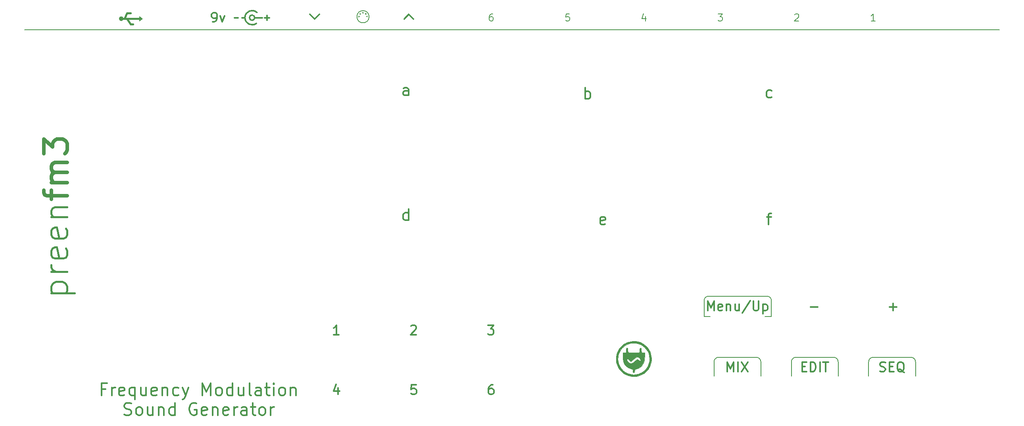
<source format=gbr>
G04 #@! TF.GenerationSoftware,KiCad,Pcbnew,(5.1.8)-1*
G04 #@! TF.CreationDate,2022-11-27T21:50:53+01:00*
G04 #@! TF.ProjectId,pfm3_topsurface,70666d33-5f74-46f7-9073-757266616365,v1.2 / 176*
G04 #@! TF.SameCoordinates,Original*
G04 #@! TF.FileFunction,Legend,Top*
G04 #@! TF.FilePolarity,Positive*
%FSLAX46Y46*%
G04 Gerber Fmt 4.6, Leading zero omitted, Abs format (unit mm)*
G04 Created by KiCad (PCBNEW (5.1.8)-1) date 2022-11-27 21:50:53*
%MOMM*%
%LPD*%
G01*
G04 APERTURE LIST*
%ADD10C,0.300000*%
%ADD11C,0.400000*%
%ADD12C,0.100000*%
%ADD13C,0.800000*%
%ADD14C,0.150000*%
%ADD15C,0.200000*%
%ADD16C,0.010000*%
G04 APERTURE END LIST*
D10*
X84067142Y-36444761D02*
X84448095Y-36444761D01*
X84638571Y-36349523D01*
X84733809Y-36254285D01*
X84924285Y-35968571D01*
X85019523Y-35587619D01*
X85019523Y-34825714D01*
X84924285Y-34635238D01*
X84829047Y-34540000D01*
X84638571Y-34444761D01*
X84257619Y-34444761D01*
X84067142Y-34540000D01*
X83971904Y-34635238D01*
X83876666Y-34825714D01*
X83876666Y-35301904D01*
X83971904Y-35492380D01*
X84067142Y-35587619D01*
X84257619Y-35682857D01*
X84638571Y-35682857D01*
X84829047Y-35587619D01*
X84924285Y-35492380D01*
X85019523Y-35301904D01*
X85686190Y-35111428D02*
X86162380Y-36444761D01*
X86638571Y-35111428D01*
D11*
X66548000Y-36893500D02*
X67119500Y-36893500D01*
X65786000Y-35750500D02*
X66548000Y-36893500D01*
X65786000Y-34544000D02*
X66548000Y-34544000D01*
X65341500Y-35623500D02*
X65786000Y-34544000D01*
D12*
G36*
X69151500Y-35750500D02*
G01*
X68453000Y-36258500D01*
X68453000Y-35242500D01*
X69151500Y-35750500D01*
G37*
X69151500Y-35750500D02*
X68453000Y-36258500D01*
X68453000Y-35242500D01*
X69151500Y-35750500D01*
D11*
X64579500Y-35750500D02*
X68389500Y-35750500D01*
X64863481Y-35750500D02*
G75*
G03*
X64863481Y-35750500I-283981J0D01*
G01*
D13*
X49666571Y-74253166D02*
X49666571Y-72348404D01*
X52999904Y-73538880D02*
X48714190Y-73538880D01*
X48238000Y-73300785D01*
X47999904Y-72824595D01*
X47999904Y-72348404D01*
X52999904Y-70681738D02*
X49666571Y-70681738D01*
X50142761Y-70681738D02*
X49904666Y-70443642D01*
X49666571Y-69967452D01*
X49666571Y-69253166D01*
X49904666Y-68776976D01*
X50380857Y-68538880D01*
X52999904Y-68538880D01*
X50380857Y-68538880D02*
X49904666Y-68300785D01*
X49666571Y-67824595D01*
X49666571Y-67110309D01*
X49904666Y-66634119D01*
X50380857Y-66396023D01*
X52999904Y-66396023D01*
X47999904Y-64491261D02*
X47999904Y-61396023D01*
X49904666Y-63062690D01*
X49904666Y-62348404D01*
X50142761Y-61872214D01*
X50380857Y-61634119D01*
X50857047Y-61396023D01*
X52047523Y-61396023D01*
X52523714Y-61634119D01*
X52761809Y-61872214D01*
X52999904Y-62348404D01*
X52999904Y-63776976D01*
X52761809Y-64253166D01*
X52523714Y-64491261D01*
D14*
X43992800Y-38100000D02*
X251968000Y-38100000D01*
D10*
X126953600Y-35798400D02*
X125953600Y-34798400D01*
X125953600Y-34798400D02*
X124953600Y-35798400D01*
D14*
X117130500Y-35276200D02*
G75*
G03*
X117130500Y-35276200I-100000J0D01*
G01*
X116876500Y-34734500D02*
G75*
G03*
X116876500Y-34734500I-100000J0D01*
G01*
X115416000Y-35306000D02*
G75*
G03*
X115416000Y-35306000I-100000J0D01*
G01*
X115670000Y-34734500D02*
G75*
G03*
X115670000Y-34734500I-100000J0D01*
G01*
X116276000Y-34480500D02*
G75*
G03*
X116276000Y-34480500I-100000J0D01*
G01*
D15*
X117475157Y-35326200D02*
G75*
G03*
X117475157Y-35326200I-1299157J0D01*
G01*
D10*
X105873000Y-35798400D02*
X106873000Y-34798400D01*
X104873000Y-34798400D02*
X105873000Y-35798400D01*
X93428947Y-36742185D02*
G75*
G02*
X93551500Y-34423500I-927147J1211585D01*
G01*
X61228571Y-114814285D02*
X60361904Y-114814285D01*
X60361904Y-116176190D02*
X60361904Y-113576190D01*
X61600000Y-113576190D01*
X62590476Y-116176190D02*
X62590476Y-114442857D01*
X62590476Y-114938095D02*
X62714285Y-114690476D01*
X62838095Y-114566666D01*
X63085714Y-114442857D01*
X63333333Y-114442857D01*
X65190476Y-116052380D02*
X64942857Y-116176190D01*
X64447619Y-116176190D01*
X64200000Y-116052380D01*
X64076190Y-115804761D01*
X64076190Y-114814285D01*
X64200000Y-114566666D01*
X64447619Y-114442857D01*
X64942857Y-114442857D01*
X65190476Y-114566666D01*
X65314285Y-114814285D01*
X65314285Y-115061904D01*
X64076190Y-115309523D01*
X67542857Y-114442857D02*
X67542857Y-117042857D01*
X67542857Y-116052380D02*
X67295238Y-116176190D01*
X66800000Y-116176190D01*
X66552380Y-116052380D01*
X66428571Y-115928571D01*
X66304761Y-115680952D01*
X66304761Y-114938095D01*
X66428571Y-114690476D01*
X66552380Y-114566666D01*
X66800000Y-114442857D01*
X67295238Y-114442857D01*
X67542857Y-114566666D01*
X69895238Y-114442857D02*
X69895238Y-116176190D01*
X68780952Y-114442857D02*
X68780952Y-115804761D01*
X68904761Y-116052380D01*
X69152380Y-116176190D01*
X69523809Y-116176190D01*
X69771428Y-116052380D01*
X69895238Y-115928571D01*
X72123809Y-116052380D02*
X71876190Y-116176190D01*
X71380952Y-116176190D01*
X71133333Y-116052380D01*
X71009523Y-115804761D01*
X71009523Y-114814285D01*
X71133333Y-114566666D01*
X71380952Y-114442857D01*
X71876190Y-114442857D01*
X72123809Y-114566666D01*
X72247619Y-114814285D01*
X72247619Y-115061904D01*
X71009523Y-115309523D01*
X73361904Y-114442857D02*
X73361904Y-116176190D01*
X73361904Y-114690476D02*
X73485714Y-114566666D01*
X73733333Y-114442857D01*
X74104761Y-114442857D01*
X74352380Y-114566666D01*
X74476190Y-114814285D01*
X74476190Y-116176190D01*
X76828571Y-116052380D02*
X76580952Y-116176190D01*
X76085714Y-116176190D01*
X75838095Y-116052380D01*
X75714285Y-115928571D01*
X75590476Y-115680952D01*
X75590476Y-114938095D01*
X75714285Y-114690476D01*
X75838095Y-114566666D01*
X76085714Y-114442857D01*
X76580952Y-114442857D01*
X76828571Y-114566666D01*
X77695238Y-114442857D02*
X78314285Y-116176190D01*
X78933333Y-114442857D02*
X78314285Y-116176190D01*
X78066666Y-116795238D01*
X77942857Y-116919047D01*
X77695238Y-117042857D01*
X81904761Y-116176190D02*
X81904761Y-113576190D01*
X82771428Y-115433333D01*
X83638095Y-113576190D01*
X83638095Y-116176190D01*
X85247619Y-116176190D02*
X85000000Y-116052380D01*
X84876190Y-115928571D01*
X84752380Y-115680952D01*
X84752380Y-114938095D01*
X84876190Y-114690476D01*
X85000000Y-114566666D01*
X85247619Y-114442857D01*
X85619047Y-114442857D01*
X85866666Y-114566666D01*
X85990476Y-114690476D01*
X86114285Y-114938095D01*
X86114285Y-115680952D01*
X85990476Y-115928571D01*
X85866666Y-116052380D01*
X85619047Y-116176190D01*
X85247619Y-116176190D01*
X88342857Y-116176190D02*
X88342857Y-113576190D01*
X88342857Y-116052380D02*
X88095238Y-116176190D01*
X87600000Y-116176190D01*
X87352380Y-116052380D01*
X87228571Y-115928571D01*
X87104761Y-115680952D01*
X87104761Y-114938095D01*
X87228571Y-114690476D01*
X87352380Y-114566666D01*
X87600000Y-114442857D01*
X88095238Y-114442857D01*
X88342857Y-114566666D01*
X90695238Y-114442857D02*
X90695238Y-116176190D01*
X89580952Y-114442857D02*
X89580952Y-115804761D01*
X89704761Y-116052380D01*
X89952380Y-116176190D01*
X90323809Y-116176190D01*
X90571428Y-116052380D01*
X90695238Y-115928571D01*
X92304761Y-116176190D02*
X92057142Y-116052380D01*
X91933333Y-115804761D01*
X91933333Y-113576190D01*
X94409523Y-116176190D02*
X94409523Y-114814285D01*
X94285714Y-114566666D01*
X94038095Y-114442857D01*
X93542857Y-114442857D01*
X93295238Y-114566666D01*
X94409523Y-116052380D02*
X94161904Y-116176190D01*
X93542857Y-116176190D01*
X93295238Y-116052380D01*
X93171428Y-115804761D01*
X93171428Y-115557142D01*
X93295238Y-115309523D01*
X93542857Y-115185714D01*
X94161904Y-115185714D01*
X94409523Y-115061904D01*
X95276190Y-114442857D02*
X96266666Y-114442857D01*
X95647619Y-113576190D02*
X95647619Y-115804761D01*
X95771428Y-116052380D01*
X96019047Y-116176190D01*
X96266666Y-116176190D01*
X97133333Y-116176190D02*
X97133333Y-114442857D01*
X97133333Y-113576190D02*
X97009523Y-113700000D01*
X97133333Y-113823809D01*
X97257142Y-113700000D01*
X97133333Y-113576190D01*
X97133333Y-113823809D01*
X98742857Y-116176190D02*
X98495238Y-116052380D01*
X98371428Y-115928571D01*
X98247619Y-115680952D01*
X98247619Y-114938095D01*
X98371428Y-114690476D01*
X98495238Y-114566666D01*
X98742857Y-114442857D01*
X99114285Y-114442857D01*
X99361904Y-114566666D01*
X99485714Y-114690476D01*
X99609523Y-114938095D01*
X99609523Y-115680952D01*
X99485714Y-115928571D01*
X99361904Y-116052380D01*
X99114285Y-116176190D01*
X98742857Y-116176190D01*
X100723809Y-114442857D02*
X100723809Y-116176190D01*
X100723809Y-114690476D02*
X100847619Y-114566666D01*
X101095238Y-114442857D01*
X101466666Y-114442857D01*
X101714285Y-114566666D01*
X101838095Y-114814285D01*
X101838095Y-116176190D01*
X65252380Y-120252380D02*
X65623809Y-120376190D01*
X66242857Y-120376190D01*
X66490476Y-120252380D01*
X66614285Y-120128571D01*
X66738095Y-119880952D01*
X66738095Y-119633333D01*
X66614285Y-119385714D01*
X66490476Y-119261904D01*
X66242857Y-119138095D01*
X65747619Y-119014285D01*
X65500000Y-118890476D01*
X65376190Y-118766666D01*
X65252380Y-118519047D01*
X65252380Y-118271428D01*
X65376190Y-118023809D01*
X65500000Y-117900000D01*
X65747619Y-117776190D01*
X66366666Y-117776190D01*
X66738095Y-117900000D01*
X68223809Y-120376190D02*
X67976190Y-120252380D01*
X67852380Y-120128571D01*
X67728571Y-119880952D01*
X67728571Y-119138095D01*
X67852380Y-118890476D01*
X67976190Y-118766666D01*
X68223809Y-118642857D01*
X68595238Y-118642857D01*
X68842857Y-118766666D01*
X68966666Y-118890476D01*
X69090476Y-119138095D01*
X69090476Y-119880952D01*
X68966666Y-120128571D01*
X68842857Y-120252380D01*
X68595238Y-120376190D01*
X68223809Y-120376190D01*
X71319047Y-118642857D02*
X71319047Y-120376190D01*
X70204761Y-118642857D02*
X70204761Y-120004761D01*
X70328571Y-120252380D01*
X70576190Y-120376190D01*
X70947619Y-120376190D01*
X71195238Y-120252380D01*
X71319047Y-120128571D01*
X72557142Y-118642857D02*
X72557142Y-120376190D01*
X72557142Y-118890476D02*
X72680952Y-118766666D01*
X72928571Y-118642857D01*
X73300000Y-118642857D01*
X73547619Y-118766666D01*
X73671428Y-119014285D01*
X73671428Y-120376190D01*
X76023809Y-120376190D02*
X76023809Y-117776190D01*
X76023809Y-120252380D02*
X75776190Y-120376190D01*
X75280952Y-120376190D01*
X75033333Y-120252380D01*
X74909523Y-120128571D01*
X74785714Y-119880952D01*
X74785714Y-119138095D01*
X74909523Y-118890476D01*
X75033333Y-118766666D01*
X75280952Y-118642857D01*
X75776190Y-118642857D01*
X76023809Y-118766666D01*
X80604761Y-117900000D02*
X80357142Y-117776190D01*
X79985714Y-117776190D01*
X79614285Y-117900000D01*
X79366666Y-118147619D01*
X79242857Y-118395238D01*
X79119047Y-118890476D01*
X79119047Y-119261904D01*
X79242857Y-119757142D01*
X79366666Y-120004761D01*
X79614285Y-120252380D01*
X79985714Y-120376190D01*
X80233333Y-120376190D01*
X80604761Y-120252380D01*
X80728571Y-120128571D01*
X80728571Y-119261904D01*
X80233333Y-119261904D01*
X82833333Y-120252380D02*
X82585714Y-120376190D01*
X82090476Y-120376190D01*
X81842857Y-120252380D01*
X81719047Y-120004761D01*
X81719047Y-119014285D01*
X81842857Y-118766666D01*
X82090476Y-118642857D01*
X82585714Y-118642857D01*
X82833333Y-118766666D01*
X82957142Y-119014285D01*
X82957142Y-119261904D01*
X81719047Y-119509523D01*
X84071428Y-118642857D02*
X84071428Y-120376190D01*
X84071428Y-118890476D02*
X84195238Y-118766666D01*
X84442857Y-118642857D01*
X84814285Y-118642857D01*
X85061904Y-118766666D01*
X85185714Y-119014285D01*
X85185714Y-120376190D01*
X87414285Y-120252380D02*
X87166666Y-120376190D01*
X86671428Y-120376190D01*
X86423809Y-120252380D01*
X86300000Y-120004761D01*
X86300000Y-119014285D01*
X86423809Y-118766666D01*
X86671428Y-118642857D01*
X87166666Y-118642857D01*
X87414285Y-118766666D01*
X87538095Y-119014285D01*
X87538095Y-119261904D01*
X86300000Y-119509523D01*
X88652380Y-120376190D02*
X88652380Y-118642857D01*
X88652380Y-119138095D02*
X88776190Y-118890476D01*
X88900000Y-118766666D01*
X89147619Y-118642857D01*
X89395238Y-118642857D01*
X91376190Y-120376190D02*
X91376190Y-119014285D01*
X91252380Y-118766666D01*
X91004761Y-118642857D01*
X90509523Y-118642857D01*
X90261904Y-118766666D01*
X91376190Y-120252380D02*
X91128571Y-120376190D01*
X90509523Y-120376190D01*
X90261904Y-120252380D01*
X90138095Y-120004761D01*
X90138095Y-119757142D01*
X90261904Y-119509523D01*
X90509523Y-119385714D01*
X91128571Y-119385714D01*
X91376190Y-119261904D01*
X92242857Y-118642857D02*
X93233333Y-118642857D01*
X92614285Y-117776190D02*
X92614285Y-120004761D01*
X92738095Y-120252380D01*
X92985714Y-120376190D01*
X93233333Y-120376190D01*
X94471428Y-120376190D02*
X94223809Y-120252380D01*
X94100000Y-120128571D01*
X93976190Y-119880952D01*
X93976190Y-119138095D01*
X94100000Y-118890476D01*
X94223809Y-118766666D01*
X94471428Y-118642857D01*
X94842857Y-118642857D01*
X95090476Y-118766666D01*
X95214285Y-118890476D01*
X95338095Y-119138095D01*
X95338095Y-119880952D01*
X95214285Y-120128571D01*
X95090476Y-120252380D01*
X94842857Y-120376190D01*
X94471428Y-120376190D01*
X96452380Y-120376190D02*
X96452380Y-118642857D01*
X96452380Y-119138095D02*
X96576190Y-118890476D01*
X96700000Y-118766666D01*
X96947619Y-118642857D01*
X97195238Y-118642857D01*
D11*
X49666571Y-94296023D02*
X54666571Y-94296023D01*
X49904666Y-94296023D02*
X49666571Y-93819833D01*
X49666571Y-92867452D01*
X49904666Y-92391261D01*
X50142761Y-92153166D01*
X50618952Y-91915071D01*
X52047523Y-91915071D01*
X52523714Y-92153166D01*
X52761809Y-92391261D01*
X52999904Y-92867452D01*
X52999904Y-93819833D01*
X52761809Y-94296023D01*
X52999904Y-89772214D02*
X49666571Y-89772214D01*
X50618952Y-89772214D02*
X50142761Y-89534119D01*
X49904666Y-89296023D01*
X49666571Y-88819833D01*
X49666571Y-88343642D01*
X52761809Y-84772214D02*
X52999904Y-85248404D01*
X52999904Y-86200785D01*
X52761809Y-86676976D01*
X52285619Y-86915071D01*
X50380857Y-86915071D01*
X49904666Y-86676976D01*
X49666571Y-86200785D01*
X49666571Y-85248404D01*
X49904666Y-84772214D01*
X50380857Y-84534119D01*
X50857047Y-84534119D01*
X51333238Y-86915071D01*
X52761809Y-80486500D02*
X52999904Y-80962690D01*
X52999904Y-81915071D01*
X52761809Y-82391261D01*
X52285619Y-82629357D01*
X50380857Y-82629357D01*
X49904666Y-82391261D01*
X49666571Y-81915071D01*
X49666571Y-80962690D01*
X49904666Y-80486500D01*
X50380857Y-80248404D01*
X50857047Y-80248404D01*
X51333238Y-82629357D01*
X49666571Y-78105547D02*
X52999904Y-78105547D01*
X50142761Y-78105547D02*
X49904666Y-77867452D01*
X49666571Y-77391261D01*
X49666571Y-76676976D01*
X49904666Y-76200785D01*
X50380857Y-75962690D01*
X52999904Y-75962690D01*
X49666571Y-74296023D02*
X49666571Y-72391261D01*
X52999904Y-73581738D02*
X48714190Y-73581738D01*
X48238000Y-73343642D01*
X47999904Y-72867452D01*
X47999904Y-72391261D01*
X52999904Y-70724595D02*
X49666571Y-70724595D01*
X50142761Y-70724595D02*
X49904666Y-70486500D01*
X49666571Y-70010309D01*
X49666571Y-69296023D01*
X49904666Y-68819833D01*
X50380857Y-68581738D01*
X52999904Y-68581738D01*
X50380857Y-68581738D02*
X49904666Y-68343642D01*
X49666571Y-67867452D01*
X49666571Y-67153166D01*
X49904666Y-66676976D01*
X50380857Y-66438880D01*
X52999904Y-66438880D01*
X47999904Y-64534119D02*
X47999904Y-61438880D01*
X49904666Y-63105547D01*
X49904666Y-62391261D01*
X50142761Y-61915071D01*
X50380857Y-61676976D01*
X50857047Y-61438880D01*
X52047523Y-61438880D01*
X52523714Y-61676976D01*
X52761809Y-61915071D01*
X52999904Y-62391261D01*
X52999904Y-63819833D01*
X52761809Y-64296023D01*
X52523714Y-64534119D01*
D10*
X93060000Y-35530600D02*
G75*
G03*
X93060000Y-35530600I-558200J0D01*
G01*
X93100000Y-35530600D02*
X94672800Y-35530600D01*
X90969800Y-35530600D02*
X90350000Y-35530000D01*
X95176800Y-35530600D02*
X96192800Y-35530600D01*
X95684800Y-36038600D02*
X95684800Y-35022600D01*
X89551000Y-35530600D02*
X88789000Y-35530600D01*
D14*
X143835714Y-34718571D02*
X143550000Y-34718571D01*
X143407142Y-34790000D01*
X143335714Y-34861428D01*
X143192857Y-35075714D01*
X143121428Y-35361428D01*
X143121428Y-35932857D01*
X143192857Y-36075714D01*
X143264285Y-36147142D01*
X143407142Y-36218571D01*
X143692857Y-36218571D01*
X143835714Y-36147142D01*
X143907142Y-36075714D01*
X143978571Y-35932857D01*
X143978571Y-35575714D01*
X143907142Y-35432857D01*
X143835714Y-35361428D01*
X143692857Y-35290000D01*
X143407142Y-35290000D01*
X143264285Y-35361428D01*
X143192857Y-35432857D01*
X143121428Y-35575714D01*
X160207142Y-34718571D02*
X159492857Y-34718571D01*
X159421428Y-35432857D01*
X159492857Y-35361428D01*
X159635714Y-35290000D01*
X159992857Y-35290000D01*
X160135714Y-35361428D01*
X160207142Y-35432857D01*
X160278571Y-35575714D01*
X160278571Y-35932857D01*
X160207142Y-36075714D01*
X160135714Y-36147142D01*
X159992857Y-36218571D01*
X159635714Y-36218571D01*
X159492857Y-36147142D01*
X159421428Y-36075714D01*
X176435714Y-35218571D02*
X176435714Y-36218571D01*
X176078571Y-34647142D02*
X175721428Y-35718571D01*
X176650000Y-35718571D01*
X191950000Y-34718571D02*
X192878571Y-34718571D01*
X192378571Y-35290000D01*
X192592857Y-35290000D01*
X192735714Y-35361428D01*
X192807142Y-35432857D01*
X192878571Y-35575714D01*
X192878571Y-35932857D01*
X192807142Y-36075714D01*
X192735714Y-36147142D01*
X192592857Y-36218571D01*
X192164285Y-36218571D01*
X192021428Y-36147142D01*
X191950000Y-36075714D01*
X208321428Y-34861428D02*
X208392857Y-34790000D01*
X208535714Y-34718571D01*
X208892857Y-34718571D01*
X209035714Y-34790000D01*
X209107142Y-34861428D01*
X209178571Y-35004285D01*
X209178571Y-35147142D01*
X209107142Y-35361428D01*
X208250000Y-36218571D01*
X209178571Y-36218571D01*
X225478571Y-36218571D02*
X224621428Y-36218571D01*
X225050000Y-36218571D02*
X225050000Y-34718571D01*
X224907142Y-34932857D01*
X224764285Y-35075714D01*
X224621428Y-35147142D01*
D15*
X188976000Y-95885000D02*
G75*
G02*
X189865000Y-94996000I889000J0D01*
G01*
X202438000Y-94996000D02*
G75*
G02*
X203327000Y-95885000I0J-889000D01*
G01*
X233085000Y-108010500D02*
G75*
G02*
X234085000Y-109010500I0J-1000000D01*
G01*
X224085000Y-109010500D02*
G75*
G02*
X225085000Y-108010500I1000000J0D01*
G01*
X207585000Y-109010500D02*
G75*
G02*
X208585000Y-108010500I1000000J0D01*
G01*
X216585000Y-108010500D02*
G75*
G02*
X217585000Y-109010500I0J-1000000D01*
G01*
X200085000Y-108010500D02*
G75*
G02*
X201085000Y-109010500I0J-1000000D01*
G01*
X191085000Y-109010500D02*
G75*
G02*
X192085000Y-108010500I1000000J0D01*
G01*
X188976000Y-99314000D02*
X190246000Y-99314000D01*
X188976000Y-95885000D02*
X188976000Y-99314000D01*
X202438000Y-94996000D02*
X189865000Y-94996000D01*
X203327000Y-99314000D02*
X203327000Y-95885000D01*
X201930000Y-99314000D02*
X203327000Y-99314000D01*
X224085000Y-112010500D02*
X224085000Y-109010500D01*
X234085000Y-109010500D02*
X234085000Y-112010500D01*
X225085000Y-108010500D02*
X233085000Y-108010500D01*
X207585000Y-112010500D02*
X207585000Y-109010500D01*
X208585000Y-108010500D02*
X216585000Y-108010500D01*
X217585000Y-109010500D02*
X217585000Y-112010500D01*
X201085000Y-109010500D02*
X201085000Y-112010500D01*
X192085000Y-108010500D02*
X200085000Y-108010500D01*
X191085000Y-112010500D02*
X191085000Y-109010500D01*
D16*
G36*
X172618110Y-106068492D02*
G01*
X172664105Y-106221453D01*
X172681650Y-106469900D01*
X172681900Y-106510960D01*
X172690047Y-106730958D01*
X172712609Y-106889347D01*
X172742859Y-106961939D01*
X172799630Y-106983760D01*
X172925769Y-107000370D01*
X173128663Y-107012144D01*
X173415700Y-107019454D01*
X173794267Y-107022671D01*
X173951900Y-107022899D01*
X174364700Y-107021044D01*
X174683352Y-107015228D01*
X174915241Y-107005080D01*
X175067755Y-106990227D01*
X175148281Y-106970297D01*
X175160940Y-106961939D01*
X175194052Y-106876703D01*
X175215282Y-106711121D01*
X175221900Y-106510960D01*
X175235681Y-106249432D01*
X175277763Y-106083678D01*
X175349252Y-106011576D01*
X175451254Y-106031007D01*
X175467458Y-106040549D01*
X175517672Y-106102243D01*
X175548311Y-106223316D01*
X175564233Y-106423851D01*
X175565020Y-106444003D01*
X175575551Y-106691322D01*
X175593125Y-106855108D01*
X175629361Y-106953321D01*
X175695879Y-107003925D01*
X175804300Y-107024881D01*
X175946161Y-107033185D01*
X176263300Y-107048300D01*
X176260193Y-107861100D01*
X176248161Y-108316139D01*
X176211621Y-108690216D01*
X176144157Y-109002343D01*
X176039351Y-109271535D01*
X175890785Y-109516806D01*
X175692043Y-109757168D01*
X175581564Y-109871764D01*
X175300832Y-110119670D01*
X175011935Y-110299134D01*
X174676899Y-110431699D01*
X174510700Y-110479253D01*
X174180500Y-110565769D01*
X174154900Y-110864434D01*
X174129017Y-111079014D01*
X174090746Y-111209709D01*
X174031673Y-111274156D01*
X173951900Y-111290100D01*
X173850594Y-111259551D01*
X173815397Y-111226600D01*
X173789079Y-111143925D01*
X173763566Y-110996250D01*
X173748899Y-110863852D01*
X173723300Y-110564605D01*
X173443900Y-110493399D01*
X173016434Y-110350771D01*
X172655436Y-110152486D01*
X172334447Y-109883967D01*
X172330328Y-109879856D01*
X172104084Y-109633701D01*
X171931469Y-109392923D01*
X171805964Y-109138366D01*
X171721053Y-108850872D01*
X171685262Y-108611766D01*
X172485799Y-108611766D01*
X172545259Y-108781968D01*
X172682232Y-108975485D01*
X172791865Y-109090203D01*
X172998401Y-109256289D01*
X173197563Y-109338350D01*
X173420734Y-109346279D01*
X173543375Y-109327104D01*
X173680539Y-109264530D01*
X173875439Y-109120713D01*
X174126441Y-108896858D01*
X174128083Y-108895304D01*
X174348653Y-108695033D01*
X174519104Y-108566611D01*
X174656107Y-108505327D01*
X174776331Y-108506468D01*
X174896446Y-108565320D01*
X175001061Y-108648500D01*
X175147169Y-108760443D01*
X175253574Y-108796115D01*
X175341183Y-108760781D01*
X175364140Y-108739939D01*
X175424324Y-108614834D01*
X175401906Y-108461016D01*
X175301825Y-108301338D01*
X175260000Y-108258160D01*
X175034079Y-108083019D01*
X174813473Y-107996688D01*
X174589485Y-108000526D01*
X174353422Y-108095894D01*
X174096590Y-108284150D01*
X173901100Y-108470582D01*
X173700095Y-108662035D01*
X173519843Y-108804772D01*
X173376395Y-108887028D01*
X173311893Y-108902500D01*
X173262985Y-108867718D01*
X173165418Y-108775578D01*
X173038336Y-108644387D01*
X173009056Y-108612902D01*
X172871806Y-108467857D01*
X172780258Y-108386764D01*
X172713003Y-108357295D01*
X172648630Y-108367121D01*
X172610185Y-108383212D01*
X172506544Y-108475355D01*
X172485799Y-108611766D01*
X171685262Y-108611766D01*
X171670220Y-108511283D01*
X171646948Y-108100443D01*
X171643606Y-107861100D01*
X171640500Y-107048300D01*
X171957638Y-107033185D01*
X172113347Y-107023525D01*
X172216767Y-107000273D01*
X172279519Y-106945467D01*
X172313222Y-106841144D01*
X172329497Y-106669342D01*
X172338779Y-106444003D01*
X172353730Y-106236216D01*
X172383009Y-106109505D01*
X172431472Y-106043784D01*
X172436341Y-106040549D01*
X172542557Y-106008898D01*
X172618110Y-106068492D01*
G37*
X172618110Y-106068492D02*
X172664105Y-106221453D01*
X172681650Y-106469900D01*
X172681900Y-106510960D01*
X172690047Y-106730958D01*
X172712609Y-106889347D01*
X172742859Y-106961939D01*
X172799630Y-106983760D01*
X172925769Y-107000370D01*
X173128663Y-107012144D01*
X173415700Y-107019454D01*
X173794267Y-107022671D01*
X173951900Y-107022899D01*
X174364700Y-107021044D01*
X174683352Y-107015228D01*
X174915241Y-107005080D01*
X175067755Y-106990227D01*
X175148281Y-106970297D01*
X175160940Y-106961939D01*
X175194052Y-106876703D01*
X175215282Y-106711121D01*
X175221900Y-106510960D01*
X175235681Y-106249432D01*
X175277763Y-106083678D01*
X175349252Y-106011576D01*
X175451254Y-106031007D01*
X175467458Y-106040549D01*
X175517672Y-106102243D01*
X175548311Y-106223316D01*
X175564233Y-106423851D01*
X175565020Y-106444003D01*
X175575551Y-106691322D01*
X175593125Y-106855108D01*
X175629361Y-106953321D01*
X175695879Y-107003925D01*
X175804300Y-107024881D01*
X175946161Y-107033185D01*
X176263300Y-107048300D01*
X176260193Y-107861100D01*
X176248161Y-108316139D01*
X176211621Y-108690216D01*
X176144157Y-109002343D01*
X176039351Y-109271535D01*
X175890785Y-109516806D01*
X175692043Y-109757168D01*
X175581564Y-109871764D01*
X175300832Y-110119670D01*
X175011935Y-110299134D01*
X174676899Y-110431699D01*
X174510700Y-110479253D01*
X174180500Y-110565769D01*
X174154900Y-110864434D01*
X174129017Y-111079014D01*
X174090746Y-111209709D01*
X174031673Y-111274156D01*
X173951900Y-111290100D01*
X173850594Y-111259551D01*
X173815397Y-111226600D01*
X173789079Y-111143925D01*
X173763566Y-110996250D01*
X173748899Y-110863852D01*
X173723300Y-110564605D01*
X173443900Y-110493399D01*
X173016434Y-110350771D01*
X172655436Y-110152486D01*
X172334447Y-109883967D01*
X172330328Y-109879856D01*
X172104084Y-109633701D01*
X171931469Y-109392923D01*
X171805964Y-109138366D01*
X171721053Y-108850872D01*
X171685262Y-108611766D01*
X172485799Y-108611766D01*
X172545259Y-108781968D01*
X172682232Y-108975485D01*
X172791865Y-109090203D01*
X172998401Y-109256289D01*
X173197563Y-109338350D01*
X173420734Y-109346279D01*
X173543375Y-109327104D01*
X173680539Y-109264530D01*
X173875439Y-109120713D01*
X174126441Y-108896858D01*
X174128083Y-108895304D01*
X174348653Y-108695033D01*
X174519104Y-108566611D01*
X174656107Y-108505327D01*
X174776331Y-108506468D01*
X174896446Y-108565320D01*
X175001061Y-108648500D01*
X175147169Y-108760443D01*
X175253574Y-108796115D01*
X175341183Y-108760781D01*
X175364140Y-108739939D01*
X175424324Y-108614834D01*
X175401906Y-108461016D01*
X175301825Y-108301338D01*
X175260000Y-108258160D01*
X175034079Y-108083019D01*
X174813473Y-107996688D01*
X174589485Y-108000526D01*
X174353422Y-108095894D01*
X174096590Y-108284150D01*
X173901100Y-108470582D01*
X173700095Y-108662035D01*
X173519843Y-108804772D01*
X173376395Y-108887028D01*
X173311893Y-108902500D01*
X173262985Y-108867718D01*
X173165418Y-108775578D01*
X173038336Y-108644387D01*
X173009056Y-108612902D01*
X172871806Y-108467857D01*
X172780258Y-108386764D01*
X172713003Y-108357295D01*
X172648630Y-108367121D01*
X172610185Y-108383212D01*
X172506544Y-108475355D01*
X172485799Y-108611766D01*
X171685262Y-108611766D01*
X171670220Y-108511283D01*
X171646948Y-108100443D01*
X171643606Y-107861100D01*
X171640500Y-107048300D01*
X171957638Y-107033185D01*
X172113347Y-107023525D01*
X172216767Y-107000273D01*
X172279519Y-106945467D01*
X172313222Y-106841144D01*
X172329497Y-106669342D01*
X172338779Y-106444003D01*
X172353730Y-106236216D01*
X172383009Y-106109505D01*
X172431472Y-106043784D01*
X172436341Y-106040549D01*
X172542557Y-106008898D01*
X172618110Y-106068492D01*
G36*
X174363260Y-104593747D02*
G01*
X174789046Y-104666949D01*
X175195856Y-104778976D01*
X175550287Y-104921664D01*
X175675369Y-104988700D01*
X175819430Y-105070968D01*
X175926298Y-105127042D01*
X175966942Y-105143299D01*
X176042294Y-105178961D01*
X176168601Y-105275412D01*
X176330060Y-105416850D01*
X176510869Y-105587473D01*
X176695227Y-105771479D01*
X176867332Y-105953067D01*
X177011381Y-106116434D01*
X177111572Y-106245778D01*
X177152105Y-106325298D01*
X177152300Y-106328657D01*
X177176167Y-106384765D01*
X177238094Y-106500448D01*
X177306899Y-106620230D01*
X177460022Y-106942740D01*
X177585907Y-107331641D01*
X177676391Y-107753533D01*
X177723313Y-108175012D01*
X177728066Y-108343700D01*
X177701852Y-108755060D01*
X177628650Y-109180846D01*
X177516623Y-109587656D01*
X177373935Y-109942087D01*
X177306899Y-110067169D01*
X177224631Y-110211230D01*
X177168557Y-110318098D01*
X177152300Y-110358742D01*
X177116638Y-110434094D01*
X177020187Y-110560401D01*
X176878749Y-110721860D01*
X176708126Y-110902669D01*
X176524120Y-111087027D01*
X176342532Y-111259132D01*
X176179165Y-111403181D01*
X176049821Y-111503372D01*
X175970301Y-111543905D01*
X175966942Y-111544100D01*
X175910834Y-111567967D01*
X175795151Y-111629894D01*
X175675369Y-111698699D01*
X175322426Y-111864195D01*
X174885979Y-111996726D01*
X174379786Y-112092701D01*
X174002700Y-112135256D01*
X173828511Y-112144764D01*
X173696956Y-112142215D01*
X173639126Y-112129313D01*
X173573709Y-112103194D01*
X173441545Y-112072508D01*
X173334326Y-112053851D01*
X172846338Y-111950409D01*
X172429540Y-111802107D01*
X172228430Y-111698699D01*
X172084369Y-111616431D01*
X171977501Y-111560357D01*
X171936857Y-111544100D01*
X171861505Y-111508438D01*
X171735198Y-111411987D01*
X171573739Y-111270549D01*
X171392930Y-111099926D01*
X171208572Y-110915920D01*
X171036467Y-110734332D01*
X170892418Y-110570965D01*
X170792227Y-110441621D01*
X170751694Y-110362101D01*
X170751500Y-110358742D01*
X170727632Y-110302634D01*
X170665705Y-110186951D01*
X170596900Y-110067169D01*
X170443777Y-109744659D01*
X170317892Y-109355758D01*
X170227408Y-108933866D01*
X170180486Y-108512387D01*
X170178325Y-108435660D01*
X170577343Y-108435660D01*
X170640159Y-108998236D01*
X170797790Y-109545855D01*
X170957785Y-109900549D01*
X171273148Y-110401763D01*
X171653496Y-110825020D01*
X172097871Y-111169659D01*
X172605318Y-111435016D01*
X173174879Y-111620429D01*
X173545500Y-111692947D01*
X173724415Y-111719393D01*
X173856819Y-111733513D01*
X173974964Y-111734591D01*
X174111098Y-111721907D01*
X174297473Y-111694743D01*
X174434500Y-111673145D01*
X174719069Y-111625448D01*
X174933938Y-111580036D01*
X175110259Y-111526892D01*
X175279182Y-111456002D01*
X175471861Y-111357348D01*
X175551209Y-111314115D01*
X176035746Y-110999968D01*
X176440010Y-110630593D01*
X176775515Y-110194319D01*
X176946014Y-109900549D01*
X177167643Y-109370297D01*
X177294457Y-108816406D01*
X177326456Y-108251739D01*
X177263640Y-107689163D01*
X177106009Y-107141544D01*
X176946014Y-106786850D01*
X176652699Y-106314155D01*
X176301679Y-105915137D01*
X175879328Y-105576150D01*
X175521885Y-105360767D01*
X174997737Y-105135161D01*
X174449147Y-105004026D01*
X173889061Y-104967361D01*
X173330423Y-105025168D01*
X172786179Y-105177445D01*
X172381914Y-105360767D01*
X171899512Y-105664854D01*
X171498291Y-106019108D01*
X171164626Y-106437175D01*
X170957785Y-106786850D01*
X170736156Y-107317102D01*
X170609342Y-107870993D01*
X170577343Y-108435660D01*
X170178325Y-108435660D01*
X170175733Y-108343700D01*
X170201947Y-107932339D01*
X170275149Y-107506553D01*
X170387176Y-107099743D01*
X170529864Y-106745312D01*
X170596900Y-106620230D01*
X170679168Y-106476169D01*
X170735242Y-106369301D01*
X170751500Y-106328657D01*
X170787161Y-106253305D01*
X170883612Y-106126998D01*
X171025050Y-105965539D01*
X171195673Y-105784730D01*
X171379679Y-105600372D01*
X171561267Y-105428267D01*
X171724634Y-105284218D01*
X171853978Y-105184027D01*
X171933498Y-105143494D01*
X171936857Y-105143299D01*
X171992965Y-105119432D01*
X172108648Y-105057505D01*
X172228430Y-104988700D01*
X172550940Y-104835577D01*
X172939841Y-104709692D01*
X173361733Y-104619208D01*
X173783212Y-104572286D01*
X173951900Y-104567533D01*
X174363260Y-104593747D01*
G37*
X174363260Y-104593747D02*
X174789046Y-104666949D01*
X175195856Y-104778976D01*
X175550287Y-104921664D01*
X175675369Y-104988700D01*
X175819430Y-105070968D01*
X175926298Y-105127042D01*
X175966942Y-105143299D01*
X176042294Y-105178961D01*
X176168601Y-105275412D01*
X176330060Y-105416850D01*
X176510869Y-105587473D01*
X176695227Y-105771479D01*
X176867332Y-105953067D01*
X177011381Y-106116434D01*
X177111572Y-106245778D01*
X177152105Y-106325298D01*
X177152300Y-106328657D01*
X177176167Y-106384765D01*
X177238094Y-106500448D01*
X177306899Y-106620230D01*
X177460022Y-106942740D01*
X177585907Y-107331641D01*
X177676391Y-107753533D01*
X177723313Y-108175012D01*
X177728066Y-108343700D01*
X177701852Y-108755060D01*
X177628650Y-109180846D01*
X177516623Y-109587656D01*
X177373935Y-109942087D01*
X177306899Y-110067169D01*
X177224631Y-110211230D01*
X177168557Y-110318098D01*
X177152300Y-110358742D01*
X177116638Y-110434094D01*
X177020187Y-110560401D01*
X176878749Y-110721860D01*
X176708126Y-110902669D01*
X176524120Y-111087027D01*
X176342532Y-111259132D01*
X176179165Y-111403181D01*
X176049821Y-111503372D01*
X175970301Y-111543905D01*
X175966942Y-111544100D01*
X175910834Y-111567967D01*
X175795151Y-111629894D01*
X175675369Y-111698699D01*
X175322426Y-111864195D01*
X174885979Y-111996726D01*
X174379786Y-112092701D01*
X174002700Y-112135256D01*
X173828511Y-112144764D01*
X173696956Y-112142215D01*
X173639126Y-112129313D01*
X173573709Y-112103194D01*
X173441545Y-112072508D01*
X173334326Y-112053851D01*
X172846338Y-111950409D01*
X172429540Y-111802107D01*
X172228430Y-111698699D01*
X172084369Y-111616431D01*
X171977501Y-111560357D01*
X171936857Y-111544100D01*
X171861505Y-111508438D01*
X171735198Y-111411987D01*
X171573739Y-111270549D01*
X171392930Y-111099926D01*
X171208572Y-110915920D01*
X171036467Y-110734332D01*
X170892418Y-110570965D01*
X170792227Y-110441621D01*
X170751694Y-110362101D01*
X170751500Y-110358742D01*
X170727632Y-110302634D01*
X170665705Y-110186951D01*
X170596900Y-110067169D01*
X170443777Y-109744659D01*
X170317892Y-109355758D01*
X170227408Y-108933866D01*
X170180486Y-108512387D01*
X170178325Y-108435660D01*
X170577343Y-108435660D01*
X170640159Y-108998236D01*
X170797790Y-109545855D01*
X170957785Y-109900549D01*
X171273148Y-110401763D01*
X171653496Y-110825020D01*
X172097871Y-111169659D01*
X172605318Y-111435016D01*
X173174879Y-111620429D01*
X173545500Y-111692947D01*
X173724415Y-111719393D01*
X173856819Y-111733513D01*
X173974964Y-111734591D01*
X174111098Y-111721907D01*
X174297473Y-111694743D01*
X174434500Y-111673145D01*
X174719069Y-111625448D01*
X174933938Y-111580036D01*
X175110259Y-111526892D01*
X175279182Y-111456002D01*
X175471861Y-111357348D01*
X175551209Y-111314115D01*
X176035746Y-110999968D01*
X176440010Y-110630593D01*
X176775515Y-110194319D01*
X176946014Y-109900549D01*
X177167643Y-109370297D01*
X177294457Y-108816406D01*
X177326456Y-108251739D01*
X177263640Y-107689163D01*
X177106009Y-107141544D01*
X176946014Y-106786850D01*
X176652699Y-106314155D01*
X176301679Y-105915137D01*
X175879328Y-105576150D01*
X175521885Y-105360767D01*
X174997737Y-105135161D01*
X174449147Y-105004026D01*
X173889061Y-104967361D01*
X173330423Y-105025168D01*
X172786179Y-105177445D01*
X172381914Y-105360767D01*
X171899512Y-105664854D01*
X171498291Y-106019108D01*
X171164626Y-106437175D01*
X170957785Y-106786850D01*
X170736156Y-107317102D01*
X170609342Y-107870993D01*
X170577343Y-108435660D01*
X170178325Y-108435660D01*
X170175733Y-108343700D01*
X170201947Y-107932339D01*
X170275149Y-107506553D01*
X170387176Y-107099743D01*
X170529864Y-106745312D01*
X170596900Y-106620230D01*
X170679168Y-106476169D01*
X170735242Y-106369301D01*
X170751500Y-106328657D01*
X170787161Y-106253305D01*
X170883612Y-106126998D01*
X171025050Y-105965539D01*
X171195673Y-105784730D01*
X171379679Y-105600372D01*
X171561267Y-105428267D01*
X171724634Y-105284218D01*
X171853978Y-105184027D01*
X171933498Y-105143494D01*
X171936857Y-105143299D01*
X171992965Y-105119432D01*
X172108648Y-105057505D01*
X172228430Y-104988700D01*
X172550940Y-104835577D01*
X172939841Y-104709692D01*
X173361733Y-104619208D01*
X173783212Y-104572286D01*
X173951900Y-104567533D01*
X174363260Y-104593747D01*
D10*
X142843333Y-101203261D02*
X144081428Y-101203261D01*
X143414761Y-101965166D01*
X143700476Y-101965166D01*
X143890952Y-102060404D01*
X143986190Y-102155642D01*
X144081428Y-102346119D01*
X144081428Y-102822309D01*
X143986190Y-103012785D01*
X143890952Y-103108023D01*
X143700476Y-103203261D01*
X143129047Y-103203261D01*
X142938571Y-103108023D01*
X142843333Y-103012785D01*
X143904952Y-113924761D02*
X143524000Y-113924761D01*
X143333523Y-114020000D01*
X143238285Y-114115238D01*
X143047809Y-114400952D01*
X142952571Y-114781904D01*
X142952571Y-115543809D01*
X143047809Y-115734285D01*
X143143047Y-115829523D01*
X143333523Y-115924761D01*
X143714476Y-115924761D01*
X143904952Y-115829523D01*
X144000190Y-115734285D01*
X144095428Y-115543809D01*
X144095428Y-115067619D01*
X144000190Y-114877142D01*
X143904952Y-114781904D01*
X143714476Y-114686666D01*
X143333523Y-114686666D01*
X143143047Y-114781904D01*
X143047809Y-114877142D01*
X142952571Y-115067619D01*
X127490190Y-113924761D02*
X126537809Y-113924761D01*
X126442571Y-114877142D01*
X126537809Y-114781904D01*
X126728285Y-114686666D01*
X127204476Y-114686666D01*
X127394952Y-114781904D01*
X127490190Y-114877142D01*
X127585428Y-115067619D01*
X127585428Y-115543809D01*
X127490190Y-115734285D01*
X127394952Y-115829523D01*
X127204476Y-115924761D01*
X126728285Y-115924761D01*
X126537809Y-115829523D01*
X126442571Y-115734285D01*
X126428571Y-101393738D02*
X126523809Y-101298500D01*
X126714285Y-101203261D01*
X127190476Y-101203261D01*
X127380952Y-101298500D01*
X127476190Y-101393738D01*
X127571428Y-101584214D01*
X127571428Y-101774690D01*
X127476190Y-102060404D01*
X126333333Y-103203261D01*
X127571428Y-103203261D01*
X111061428Y-103203261D02*
X109918571Y-103203261D01*
X110490000Y-103203261D02*
X110490000Y-101203261D01*
X110299523Y-101488976D01*
X110109047Y-101679452D01*
X109918571Y-101774690D01*
X228528095Y-97317857D02*
X230051904Y-97317857D01*
X229290000Y-98079761D02*
X229290000Y-96555952D01*
X125879285Y-78774714D02*
X125879285Y-76374714D01*
X125879285Y-78660428D02*
X125650714Y-78774714D01*
X125193571Y-78774714D01*
X124965000Y-78660428D01*
X124850714Y-78546142D01*
X124736428Y-78317571D01*
X124736428Y-77631857D01*
X124850714Y-77403285D01*
X124965000Y-77289000D01*
X125193571Y-77174714D01*
X125650714Y-77174714D01*
X125879285Y-77289000D01*
X202377857Y-78078714D02*
X203292142Y-78078714D01*
X202720714Y-79678714D02*
X202720714Y-77621571D01*
X202835000Y-77393000D01*
X203063571Y-77278714D01*
X203292142Y-77278714D01*
X167843142Y-79564428D02*
X167614571Y-79678714D01*
X167157428Y-79678714D01*
X166928857Y-79564428D01*
X166814571Y-79335857D01*
X166814571Y-78421571D01*
X166928857Y-78193000D01*
X167157428Y-78078714D01*
X167614571Y-78078714D01*
X167843142Y-78193000D01*
X167957428Y-78421571D01*
X167957428Y-78650142D01*
X166814571Y-78878714D01*
X203406428Y-52498428D02*
X203177857Y-52612714D01*
X202720714Y-52612714D01*
X202492142Y-52498428D01*
X202377857Y-52384142D01*
X202263571Y-52155571D01*
X202263571Y-51469857D01*
X202377857Y-51241285D01*
X202492142Y-51127000D01*
X202720714Y-51012714D01*
X203177857Y-51012714D01*
X203406428Y-51127000D01*
X163585714Y-52866714D02*
X163585714Y-50466714D01*
X163585714Y-51381000D02*
X163814285Y-51266714D01*
X164271428Y-51266714D01*
X164500000Y-51381000D01*
X164614285Y-51495285D01*
X164728571Y-51723857D01*
X164728571Y-52409571D01*
X164614285Y-52638142D01*
X164500000Y-52752428D01*
X164271428Y-52866714D01*
X163814285Y-52866714D01*
X163585714Y-52752428D01*
X125879285Y-52104714D02*
X125879285Y-50847571D01*
X125765000Y-50619000D01*
X125536428Y-50504714D01*
X125079285Y-50504714D01*
X124850714Y-50619000D01*
X125879285Y-51990428D02*
X125650714Y-52104714D01*
X125079285Y-52104714D01*
X124850714Y-51990428D01*
X124736428Y-51761857D01*
X124736428Y-51533285D01*
X124850714Y-51304714D01*
X125079285Y-51190428D01*
X125650714Y-51190428D01*
X125879285Y-51076142D01*
X110884952Y-114591428D02*
X110884952Y-115924761D01*
X110408761Y-113829523D02*
X109932571Y-115258095D01*
X111170666Y-115258095D01*
X211728095Y-97317857D02*
X213251904Y-97317857D01*
X226511190Y-110970023D02*
X226796904Y-111065261D01*
X227273095Y-111065261D01*
X227463571Y-110970023D01*
X227558809Y-110874785D01*
X227654047Y-110684309D01*
X227654047Y-110493833D01*
X227558809Y-110303357D01*
X227463571Y-110208119D01*
X227273095Y-110112880D01*
X226892142Y-110017642D01*
X226701666Y-109922404D01*
X226606428Y-109827166D01*
X226511190Y-109636690D01*
X226511190Y-109446214D01*
X226606428Y-109255738D01*
X226701666Y-109160500D01*
X226892142Y-109065261D01*
X227368333Y-109065261D01*
X227654047Y-109160500D01*
X228511190Y-110017642D02*
X229177857Y-110017642D01*
X229463571Y-111065261D02*
X228511190Y-111065261D01*
X228511190Y-109065261D01*
X229463571Y-109065261D01*
X231654047Y-111255738D02*
X231463571Y-111160500D01*
X231273095Y-110970023D01*
X230987380Y-110684309D01*
X230796904Y-110589071D01*
X230606428Y-110589071D01*
X230701666Y-111065261D02*
X230511190Y-110970023D01*
X230320714Y-110779547D01*
X230225476Y-110398595D01*
X230225476Y-109731928D01*
X230320714Y-109350976D01*
X230511190Y-109160500D01*
X230701666Y-109065261D01*
X231082619Y-109065261D01*
X231273095Y-109160500D01*
X231463571Y-109350976D01*
X231558809Y-109731928D01*
X231558809Y-110398595D01*
X231463571Y-110779547D01*
X231273095Y-110970023D01*
X231082619Y-111065261D01*
X230701666Y-111065261D01*
X209868333Y-110017642D02*
X210535000Y-110017642D01*
X210820714Y-111065261D02*
X209868333Y-111065261D01*
X209868333Y-109065261D01*
X210820714Y-109065261D01*
X211677857Y-111065261D02*
X211677857Y-109065261D01*
X212154047Y-109065261D01*
X212439761Y-109160500D01*
X212630238Y-109350976D01*
X212725476Y-109541452D01*
X212820714Y-109922404D01*
X212820714Y-110208119D01*
X212725476Y-110589071D01*
X212630238Y-110779547D01*
X212439761Y-110970023D01*
X212154047Y-111065261D01*
X211677857Y-111065261D01*
X213677857Y-111065261D02*
X213677857Y-109065261D01*
X214344523Y-109065261D02*
X215487380Y-109065261D01*
X214915952Y-111065261D02*
X214915952Y-109065261D01*
X193939761Y-111065261D02*
X193939761Y-109065261D01*
X194606428Y-110493833D01*
X195273095Y-109065261D01*
X195273095Y-111065261D01*
X196225476Y-111065261D02*
X196225476Y-109065261D01*
X196987380Y-109065261D02*
X198320714Y-111065261D01*
X198320714Y-109065261D02*
X196987380Y-111065261D01*
X189754666Y-98059761D02*
X189754666Y-96059761D01*
X190421333Y-97488333D01*
X191088000Y-96059761D01*
X191088000Y-98059761D01*
X192802285Y-97964523D02*
X192611809Y-98059761D01*
X192230857Y-98059761D01*
X192040380Y-97964523D01*
X191945142Y-97774047D01*
X191945142Y-97012142D01*
X192040380Y-96821666D01*
X192230857Y-96726428D01*
X192611809Y-96726428D01*
X192802285Y-96821666D01*
X192897523Y-97012142D01*
X192897523Y-97202619D01*
X191945142Y-97393095D01*
X193754666Y-96726428D02*
X193754666Y-98059761D01*
X193754666Y-96916904D02*
X193849904Y-96821666D01*
X194040380Y-96726428D01*
X194326095Y-96726428D01*
X194516571Y-96821666D01*
X194611809Y-97012142D01*
X194611809Y-98059761D01*
X196421333Y-96726428D02*
X196421333Y-98059761D01*
X195564190Y-96726428D02*
X195564190Y-97774047D01*
X195659428Y-97964523D01*
X195849904Y-98059761D01*
X196135619Y-98059761D01*
X196326095Y-97964523D01*
X196421333Y-97869285D01*
X198802285Y-95964523D02*
X197088000Y-98535952D01*
X199468952Y-96059761D02*
X199468952Y-97678809D01*
X199564190Y-97869285D01*
X199659428Y-97964523D01*
X199849904Y-98059761D01*
X200230857Y-98059761D01*
X200421333Y-97964523D01*
X200516571Y-97869285D01*
X200611809Y-97678809D01*
X200611809Y-96059761D01*
X201564190Y-96726428D02*
X201564190Y-98726428D01*
X201564190Y-96821666D02*
X201754666Y-96726428D01*
X202135619Y-96726428D01*
X202326095Y-96821666D01*
X202421333Y-96916904D01*
X202516571Y-97107380D01*
X202516571Y-97678809D01*
X202421333Y-97869285D01*
X202326095Y-97964523D01*
X202135619Y-98059761D01*
X201754666Y-98059761D01*
X201564190Y-97964523D01*
M02*

</source>
